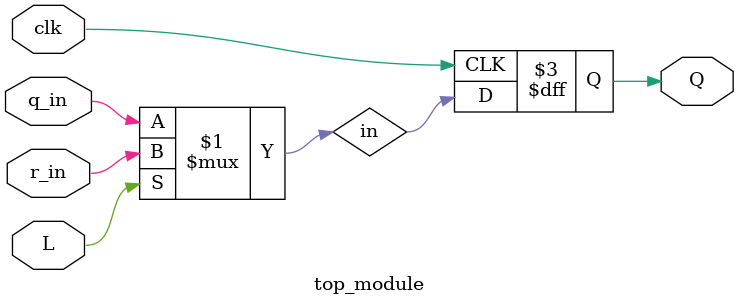
<source format=v>
module top_module (
	input clk,
	input L,
	input r_in,
	input q_in,
	output reg Q);
    
    wire in;
    assign in = (L)?r_in:q_in;
    always @(posedge clk) begin
    Q <= in;
    end

endmodule

</source>
